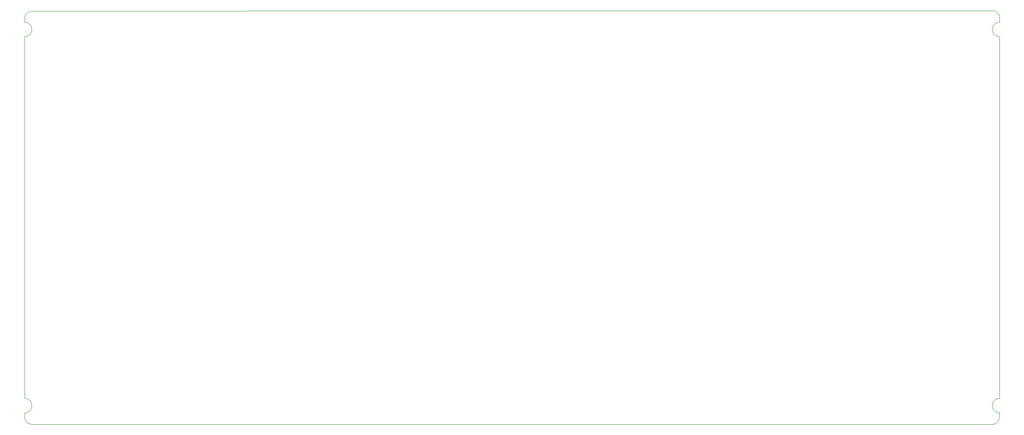
<source format=gbr>
%TF.GenerationSoftware,KiCad,Pcbnew,7.99.0-957-g18dd623122*%
%TF.CreationDate,2023-07-20T13:07:21-04:00*%
%TF.ProjectId,ESC_Carrier,4553435f-4361-4727-9269-65722e6b6963,rev?*%
%TF.SameCoordinates,Original*%
%TF.FileFunction,Profile,NP*%
%FSLAX46Y46*%
G04 Gerber Fmt 4.6, Leading zero omitted, Abs format (unit mm)*
G04 Created by KiCad (PCBNEW 7.99.0-957-g18dd623122) date 2023-07-20 13:07:21*
%MOMM*%
%LPD*%
G01*
G04 APERTURE LIST*
%TA.AperFunction,Profile*%
%ADD10C,0.100000*%
%TD*%
G04 APERTURE END LIST*
D10*
X20300000Y-21300000D02*
X20300000Y-22100000D01*
X211000000Y-19700000D02*
X173900000Y-19700000D01*
X21800000Y-19800000D02*
X36800000Y-19800000D01*
X20300000Y-103900000D02*
G75*
G03*
X21800000Y-105400000I1500000J0D01*
G01*
X218500000Y-105400000D02*
X220500000Y-105400000D01*
X95200000Y-19700000D02*
X36800000Y-19800000D01*
X222000000Y-22100000D02*
X222000000Y-21200000D01*
X211000000Y-19700000D02*
X220500000Y-19700000D01*
X222000000Y-26300000D02*
X222000000Y-25100000D01*
X122800000Y-105400000D02*
X176300000Y-105400000D01*
X21800000Y-105400000D02*
X25300000Y-105400000D01*
X220500000Y-105400000D02*
G75*
G03*
X222000000Y-103900000I0J1500000D01*
G01*
X20300000Y-103000000D02*
G75*
G03*
X20300000Y-100000000I0J1500000D01*
G01*
X20300000Y-70100000D02*
X20300000Y-56600000D01*
X212900000Y-105400000D02*
X218500000Y-105400000D01*
X222000000Y-76900000D02*
X222000000Y-26300000D01*
X222000000Y-76900000D02*
X222000000Y-81700000D01*
X173900000Y-19700000D02*
X95200000Y-19700000D01*
X222000000Y-100000000D02*
G75*
G03*
X222000000Y-103000000I0J-1500000D01*
G01*
X20300000Y-44100000D02*
X20300000Y-25100000D01*
X21800000Y-19800000D02*
G75*
G03*
X20300000Y-21300000I0J-1500000D01*
G01*
X20300000Y-103900000D02*
X20300000Y-103000000D01*
X222000000Y-100000000D02*
X222000000Y-81700000D01*
X20300000Y-25100000D02*
G75*
G03*
X20300000Y-22100000I0J1500000D01*
G01*
X20300000Y-56600000D02*
X20300000Y-44100000D01*
X20300000Y-100000000D02*
X20300000Y-70100000D01*
X25300000Y-105400000D02*
X60200000Y-105400000D01*
X222000000Y-22100000D02*
G75*
G03*
X222000000Y-25100000I0J-1500000D01*
G01*
X96300000Y-105400000D02*
X122800000Y-105400000D01*
X222000000Y-21200000D02*
G75*
G03*
X220500000Y-19700000I-1500000J0D01*
G01*
X176300000Y-105400000D02*
X212900000Y-105400000D01*
X222000000Y-103900000D02*
X222000000Y-103000000D01*
X60200000Y-105400000D02*
X96300000Y-105400000D01*
M02*

</source>
